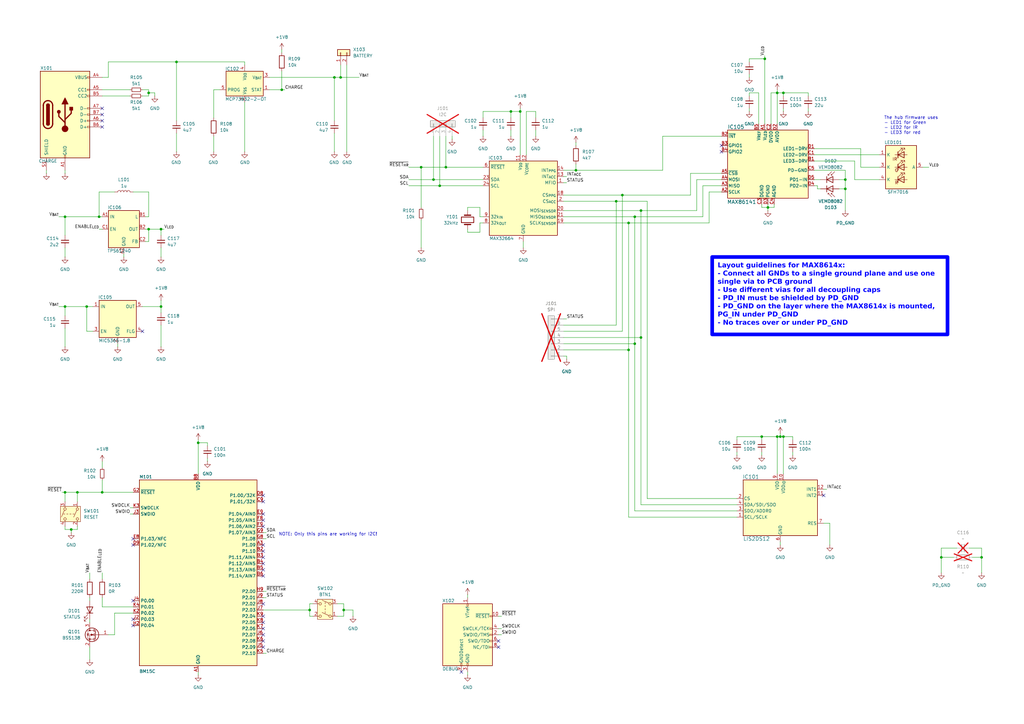
<source format=kicad_sch>
(kicad_sch (version 20250114) (generator "eeschema") (generator_version "9.0")
  (paper "A3")
  (title_block (title "Heartrate-DevKit") (date "2025-07-13") (rev "${REVISION}") (company "${COMPANY}"))
  (text "The hub firmware uses\n- LED1 for Green\n- LED2 for IR\n- LED3 for red" (at 362.585 47.625 0) (effects (font (size 1.27 1.27)) (justify left top)))
  (text "NOTE: Only this pins are working for I2C!" (at 114.3 218.44 0) (effects (font (size 1.27 1.27)) (justify left top)))
  (text_box "Layout guidelines for MAX8614x:\n- Connect all GNDs to a single ground plane and use one single via to PCB ground\n- Use different vias for all decoupling caps\n- PD_IN must be shielded by PD_GND\n- PD_GND on the layer where the MAX8614x is mounted, PG_IN under PD_GND\n- No traces over or under PD_GND" (at 292.1 105.41 0) (size 96.52 31.75) (margins 2.25 2.25 2.25 2.25) (stroke (width 1.5) (color 0 0 255 1)) (effects (font (size 2 2) (thickness 0.4) (bold yes)) (justify left top)))
  (junction (at 115.57 36.83))
  (junction (at 26.67 88.9))
  (junction (at 346.71 77.47))
  (junction (at 180.34 76.2))
  (junction (at 29.21 217.17))
  (junction (at 127 250.19))
  (junction (at 66.04 125.73))
  (junction (at 31.75 201.93))
  (junction (at 262.89 138.43))
  (junction (at 66.04 93.98))
  (junction (at 313.69 24.13))
  (junction (at 236.22 69.85))
  (junction (at 262.89 86.36))
  (junction (at 137.16 31.75))
  (junction (at 386.08 228.6))
  (junction (at 318.77 38.1))
  (junction (at 177.8 73.66))
  (junction (at 314.96 85.09))
  (junction (at 139.7 31.75))
  (junction (at 26.67 201.93))
  (junction (at 321.31 38.1))
  (junction (at 209.55 45.72))
  (junction (at 312.42 179.07))
  (junction (at 402.59 228.6))
  (junction (at 172.72 68.58))
  (junction (at 35.56 125.73))
  (junction (at 26.67 125.73))
  (junction (at 255.27 80.01))
  (junction (at 257.81 91.44))
  (junction (at 260.35 88.9))
  (junction (at 252.73 82.55))
  (junction (at 182.88 68.58))
  (junction (at 213.36 45.72))
  (junction (at 260.35 140.97))
  (junction (at 320.04 179.07))
  (junction (at 257.81 143.51))
  (junction (at 140.97 250.19))
  (junction (at 318.77 179.07))
  (junction (at 60.96 93.98))
  (junction (at 321.31 179.07))
  (junction (at 346.71 73.66))
  (junction (at 81.28 181.61))
  (junction (at 40.64 88.9))
  (junction (at 60.96 38.1))
  (junction (at 41.91 201.93))
  (junction (at 72.39 25.4))
  (no_connect (at 54.61 220.98))
  (no_connect (at 58.42 135.89))
  (no_connect (at 295.91 59.69))
  (no_connect (at 107.95 247.65))
  (no_connect (at 54.61 246.38))
  (no_connect (at 107.95 223.52))
  (no_connect (at 41.91 49.53))
  (no_connect (at 204.47 265.43))
  (no_connect (at 107.95 210.82))
  (no_connect (at 107.95 265.43))
  (no_connect (at 204.47 262.89))
  (no_connect (at 107.95 260.35))
  (no_connect (at 107.95 228.6))
  (no_connect (at 41.91 44.45))
  (no_connect (at 107.95 233.68))
  (no_connect (at 337.82 203.2))
  (no_connect (at 107.95 213.36))
  (no_connect (at 295.91 62.23))
  (no_connect (at 107.95 203.2))
  (no_connect (at 54.61 223.52))
  (no_connect (at 107.95 205.74))
  (no_connect (at 189.23 275.59))
  (no_connect (at 41.91 46.99))
  (no_connect (at 54.61 254))
  (no_connect (at 107.95 236.22))
  (no_connect (at 107.95 231.14))
  (no_connect (at 107.95 255.27))
  (no_connect (at 41.91 52.07))
  (no_connect (at 107.95 262.89))
  (no_connect (at 107.95 257.81))
  (no_connect (at 107.95 252.73))
  (no_connect (at 107.95 226.06))
  (no_connect (at 54.61 256.54))
  (no_connect (at 107.95 215.9))
  (wire (pts (xy 231.14 130.81) (xy 232.41 130.81)))
  (wire (pts (xy 283.21 71.12) (xy 295.91 71.12)))
  (wire (pts (xy 110.49 31.75) (xy 137.16 31.75)))
  (wire (pts (xy 48.26 140.97) (xy 48.26 142.24)))
  (wire (pts (xy 137.16 31.75) (xy 139.7 31.75)))
  (wire (pts (xy 40.64 78.74) (xy 40.64 88.9)))
  (wire (pts (xy 386.08 234.95) (xy 386.08 228.6)))
  (wire (pts (xy 346.71 69.85) (xy 346.71 73.66)))
  (wire (pts (xy 314.96 85.09) (xy 317.5 85.09)))
  (wire (pts (xy 262.89 86.36) (xy 285.75 86.36)))
  (wire (pts (xy 265.43 82.55) (xy 265.43 204.47)))
  (wire (pts (xy 54.61 208.28) (xy 53.34 208.28)))
  (wire (pts (xy 72.39 25.4) (xy 100.33 25.4)))
  (wire (pts (xy 316.23 38.1) (xy 316.23 50.8)))
  (wire (pts (xy 66.04 93.98) (xy 67.31 93.98)))
  (wire (pts (xy 386.08 224.79) (xy 392.43 224.79)))
  (wire (pts (xy 81.28 275.59) (xy 81.28 276.86)))
  (wire (pts (xy 213.36 45.72) (xy 213.36 63.5)))
  (wire (pts (xy 58.42 36.83) (xy 60.96 36.83)))
  (wire (pts (xy 58.42 125.73) (xy 66.04 125.73)))
  (wire (pts (xy 311.15 38.1) (xy 311.15 50.8)))
  (wire (pts (xy 262.89 207.01) (xy 302.26 207.01)))
  (wire (pts (xy 312.42 83.82) (xy 312.42 85.09)))
  (wire (pts (xy 138.43 247.65) (xy 140.97 247.65)))
  (wire (pts (xy 66.04 101.6) (xy 66.04 105.41)))
  (wire (pts (xy 24.13 88.9) (xy 26.67 88.9)))
  (wire (pts (xy 236.22 58.42) (xy 236.22 59.69)))
  (wire (pts (xy 231.14 82.55) (xy 252.73 82.55)))
  (wire (pts (xy 177.8 55.88) (xy 177.8 73.66)))
  (wire (pts (xy 128.27 247.65) (xy 127 247.65)))
  (wire (pts (xy 215.9 45.72) (xy 219.71 45.72)))
  (wire (pts (xy 19.05 69.85) (xy 19.05 71.12)))
  (wire (pts (xy 209.55 45.72) (xy 209.55 48.26)))
  (wire (pts (xy 127 252.73) (xy 127 250.19)))
  (wire (pts (xy 107.95 218.44) (xy 109.22 218.44)))
  (wire (pts (xy 318.77 179.07) (xy 312.42 179.07)))
  (wire (pts (xy 318.77 179.07) (xy 320.04 179.07)))
  (wire (pts (xy 191.77 85.09) (xy 196.85 85.09)))
  (wire (pts (xy 257.81 143.51) (xy 257.81 212.09)))
  (wire (pts (xy 219.71 45.72) (xy 219.71 48.26)))
  (wire (pts (xy 191.77 95.25) (xy 196.85 95.25)))
  (wire (pts (xy 90.17 36.83) (xy 87.63 36.83)))
  (wire (pts (xy 320.04 222.25) (xy 320.04 223.52)))
  (wire (pts (xy 60.96 99.06) (xy 60.96 93.98)))
  (wire (pts (xy 36.83 265.43) (xy 36.83 270.51)))
  (wire (pts (xy 41.91 201.93) (xy 31.75 201.93)))
  (wire (pts (xy 40.64 93.98) (xy 41.91 93.98)))
  (wire (pts (xy 81.28 181.61) (xy 85.09 181.61)))
  (wire (pts (xy 138.43 252.73) (xy 140.97 252.73)))
  (wire (pts (xy 314.96 83.82) (xy 314.96 85.09)))
  (wire (pts (xy 36.83 245.11) (xy 36.83 246.38)))
  (wire (pts (xy 54.61 248.92) (xy 41.91 248.92)))
  (wire (pts (xy 312.42 185.42) (xy 312.42 186.69)))
  (wire (pts (xy 317.5 85.09) (xy 317.5 83.82)))
  (wire (pts (xy 302.26 179.07) (xy 302.26 180.34)))
  (wire (pts (xy 66.04 93.98) (xy 66.04 96.52)))
  (wire (pts (xy 360.68 73.66) (xy 350.52 73.66)))
  (wire (pts (xy 321.31 38.1) (xy 331.47 38.1)))
  (wire (pts (xy 320.04 177.8) (xy 320.04 179.07)))
  (wire (pts (xy 115.57 36.83) (xy 116.84 36.83)))
  (wire (pts (xy 321.31 38.1) (xy 321.31 39.37)))
  (wire (pts (xy 26.67 69.85) (xy 26.67 71.12)))
  (wire (pts (xy 288.29 76.2) (xy 295.91 76.2)))
  (wire (pts (xy 331.47 44.45) (xy 331.47 45.72)))
  (wire (pts (xy 316.23 38.1) (xy 318.77 38.1)))
  (wire (pts (xy 236.22 69.85) (xy 236.22 67.31)))
  (wire (pts (xy 257.81 91.44) (xy 257.81 143.51)))
  (wire (pts (xy 283.21 80.01) (xy 283.21 71.12)))
  (wire (pts (xy 29.21 217.17) (xy 31.75 217.17)))
  (wire (pts (xy 215.9 63.5) (xy 215.9 45.72)))
  (wire (pts (xy 191.77 275.59) (xy 191.77 276.86)))
  (wire (pts (xy 346.71 77.47) (xy 346.71 86.36)))
  (wire (pts (xy 285.75 73.66) (xy 295.91 73.66)))
  (wire (pts (xy 260.35 88.9) (xy 260.35 140.97)))
  (wire (pts (xy 41.91 201.93) (xy 54.61 201.93)))
  (wire (pts (xy 60.96 39.37) (xy 58.42 39.37)))
  (wire (pts (xy 26.67 125.73) (xy 35.56 125.73)))
  (wire (pts (xy 219.71 53.34) (xy 219.71 55.88)))
  (wire (pts (xy 196.85 91.44) (xy 196.85 95.25)))
  (wire (pts (xy 182.88 55.88) (xy 182.88 68.58)))
  (wire (pts (xy 182.88 68.58) (xy 172.72 68.58)))
  (wire (pts (xy 60.96 93.98) (xy 59.69 93.98)))
  (wire (pts (xy 335.28 77.47) (xy 336.55 77.47)))
  (wire (pts (xy 360.68 63.5) (xy 334.01 63.5)))
  (wire (pts (xy 302.26 185.42) (xy 302.26 186.69)))
  (wire (pts (xy 137.16 54.61) (xy 137.16 62.23)))
  (wire (pts (xy 260.35 88.9) (xy 288.29 88.9)))
  (wire (pts (xy 107.95 267.97) (xy 109.22 267.97)))
  (wire (pts (xy 140.97 250.19) (xy 140.97 252.73)))
  (wire (pts (xy 29.21 217.17) (xy 29.21 218.44)))
  (wire (pts (xy 214.63 99.06) (xy 214.63 101.6)))
  (wire (pts (xy 198.12 88.9) (xy 196.85 88.9)))
  (wire (pts (xy 107.95 220.98) (xy 109.22 220.98)))
  (wire (pts (xy 290.83 78.74) (xy 290.83 91.44)))
  (wire (pts (xy 231.14 133.35) (xy 252.73 133.35)))
  (wire (pts (xy 26.67 201.93) (xy 26.67 205.74)))
  (wire (pts (xy 307.34 38.1) (xy 311.15 38.1)))
  (wire (pts (xy 260.35 88.9) (xy 231.14 88.9)))
  (wire (pts (xy 60.96 38.1) (xy 60.96 39.37)))
  (wire (pts (xy 85.09 181.61) (xy 85.09 182.88)))
  (wire (pts (xy 307.34 25.4) (xy 307.34 24.13)))
  (wire (pts (xy 321.31 179.07) (xy 321.31 194.31)))
  (wire (pts (xy 31.75 201.93) (xy 31.75 205.74)))
  (wire (pts (xy 381 68.58) (xy 378.46 68.58)))
  (wire (pts (xy 307.34 39.37) (xy 307.34 38.1)))
  (wire (pts (xy 260.35 140.97) (xy 260.35 209.55)))
  (wire (pts (xy 41.91 237.49) (xy 41.91 234.95)))
  (wire (pts (xy 360.68 68.58) (xy 353.06 68.58)))
  (wire (pts (xy 115.57 29.21) (xy 115.57 36.83)))
  (wire (pts (xy 25.4 201.93) (xy 26.67 201.93)))
  (wire (pts (xy 337.82 200.66) (xy 339.09 200.66)))
  (wire (pts (xy 87.63 36.83) (xy 87.63 48.26)))
  (wire (pts (xy 334.01 66.04) (xy 350.52 66.04)))
  (wire (pts (xy 198.12 45.72) (xy 198.12 48.26)))
  (wire (pts (xy 232.41 146.05) (xy 232.41 147.32)))
  (wire (pts (xy 46.99 78.74) (xy 40.64 78.74)))
  (wire (pts (xy 307.34 24.13) (xy 313.69 24.13)))
  (wire (pts (xy 38.1 135.89) (xy 35.56 135.89)))
  (wire (pts (xy 41.91 201.93) (xy 41.91 196.85)))
  (wire (pts (xy 346.71 73.66) (xy 346.71 77.47)))
  (wire (pts (xy 139.7 31.75) (xy 147.32 31.75)))
  (wire (pts (xy 60.96 38.1) (xy 63.5 38.1)))
  (wire (pts (xy 262.89 86.36) (xy 262.89 138.43)))
  (wire (pts (xy 302.26 179.07) (xy 312.42 179.07)))
  (wire (pts (xy 307.34 44.45) (xy 307.34 45.72)))
  (wire (pts (xy 177.8 73.66) (xy 198.12 73.66)))
  (wire (pts (xy 85.09 187.96) (xy 85.09 189.23)))
  (wire (pts (xy 285.75 86.36) (xy 285.75 73.66)))
  (wire (pts (xy 252.73 133.35) (xy 252.73 82.55)))
  (wire (pts (xy 231.14 140.97) (xy 260.35 140.97)))
  (wire (pts (xy 144.78 250.19) (xy 144.78 252.73)))
  (wire (pts (xy 325.12 185.42) (xy 325.12 186.69)))
  (wire (pts (xy 231.14 80.01) (xy 255.27 80.01)))
  (wire (pts (xy 295.91 78.74) (xy 290.83 78.74)))
  (wire (pts (xy 26.67 215.9) (xy 26.67 217.17)))
  (wire (pts (xy 321.31 179.07) (xy 320.04 179.07)))
  (wire (pts (xy 185.42 55.88) (xy 185.42 57.15)))
  (wire (pts (xy 60.96 38.1) (xy 60.96 36.83)))
  (wire (pts (xy 107.95 250.19) (xy 127 250.19)))
  (wire (pts (xy 81.28 180.34) (xy 81.28 181.61)))
  (wire (pts (xy 100.33 26.67) (xy 100.33 25.4)))
  (wire (pts (xy 50.8 104.14) (xy 50.8 105.41)))
  (wire (pts (xy 66.04 125.73) (xy 66.04 128.27)))
  (wire (pts (xy 196.85 85.09) (xy 196.85 88.9)))
  (wire (pts (xy 334.01 76.2) (xy 335.28 76.2)))
  (wire (pts (xy 44.45 25.4) (xy 44.45 31.75)))
  (wire (pts (xy 386.08 228.6) (xy 391.16 228.6)))
  (wire (pts (xy 340.36 214.63) (xy 340.36 223.52)))
  (wire (pts (xy 198.12 53.34) (xy 198.12 55.88)))
  (wire (pts (xy 335.28 76.2) (xy 335.28 77.47)))
  (wire (pts (xy 397.51 224.79) (xy 402.59 224.79)))
  (wire (pts (xy 35.56 125.73) (xy 38.1 125.73)))
  (wire (pts (xy 24.13 125.73) (xy 26.67 125.73)))
  (wire (pts (xy 26.67 217.17) (xy 29.21 217.17)))
  (wire (pts (xy 231.14 72.39) (xy 232.41 72.39)))
  (wire (pts (xy 26.67 88.9) (xy 26.67 96.52)))
  (wire (pts (xy 265.43 204.47) (xy 302.26 204.47)))
  (wire (pts (xy 198.12 68.58) (xy 182.88 68.58)))
  (wire (pts (xy 313.69 22.86) (xy 313.69 24.13)))
  (wire (pts (xy 252.73 82.55) (xy 265.43 82.55)))
  (wire (pts (xy 60.96 93.98) (xy 66.04 93.98)))
  (wire (pts (xy 321.31 179.07) (xy 325.12 179.07)))
  (wire (pts (xy 231.14 138.43) (xy 262.89 138.43)))
  (wire (pts (xy 231.14 74.93) (xy 232.41 74.93)))
  (wire (pts (xy 26.67 201.93) (xy 31.75 201.93)))
  (wire (pts (xy 318.77 194.31) (xy 318.77 179.07)))
  (wire (pts (xy 191.77 243.84) (xy 191.77 245.11)))
  (wire (pts (xy 350.52 66.04) (xy 350.52 73.66)))
  (wire (pts (xy 231.14 135.89) (xy 255.27 135.89)))
  (wire (pts (xy 41.91 36.83) (xy 53.34 36.83)))
  (wire (pts (xy 313.69 24.13) (xy 313.69 50.8)))
  (wire (pts (xy 260.35 209.55) (xy 302.26 209.55)))
  (wire (pts (xy 128.27 252.73) (xy 127 252.73)))
  (wire (pts (xy 107.95 245.11) (xy 109.22 245.11)))
  (wire (pts (xy 40.64 88.9) (xy 41.91 88.9)))
  (wire (pts (xy 231.14 69.85) (xy 236.22 69.85)))
  (wire (pts (xy 398.78 228.6) (xy 402.59 228.6)))
  (wire (pts (xy 81.28 181.61) (xy 81.28 194.31)))
  (wire (pts (xy 386.08 228.6) (xy 386.08 224.79)))
  (wire (pts (xy 271.78 55.88) (xy 295.91 55.88)))
  (wire (pts (xy 209.55 53.34) (xy 209.55 55.88)))
  (wire (pts (xy 54.61 251.46) (xy 46.99 251.46)))
  (wire (pts (xy 344.17 73.66) (xy 346.71 73.66)))
  (wire (pts (xy 204.47 252.73) (xy 205.74 252.73)))
  (wire (pts (xy 115.57 20.32) (xy 115.57 21.59)))
  (wire (pts (xy 59.69 88.9) (xy 60.96 88.9)))
  (wire (pts (xy 209.55 45.72) (xy 213.36 45.72)))
  (wire (pts (xy 314.96 85.09) (xy 314.96 86.36)))
  (wire (pts (xy 180.34 55.88) (xy 180.34 76.2)))
  (wire (pts (xy 36.83 254) (xy 36.83 255.27)))
  (wire (pts (xy 167.64 73.66) (xy 177.8 73.66)))
  (wire (pts (xy 331.47 38.1) (xy 331.47 39.37)))
  (wire (pts (xy 137.16 31.75) (xy 137.16 49.53)))
  (wire (pts (xy 100.33 41.91) (xy 100.33 62.23)))
  (wire (pts (xy 63.5 39.37) (xy 63.5 38.1)))
  (wire (pts (xy 41.91 189.23) (xy 41.91 191.77)))
  (wire (pts (xy 334.01 60.96) (xy 353.06 60.96)))
  (wire (pts (xy 60.96 88.9) (xy 60.96 78.74)))
  (wire (pts (xy 307.34 30.48) (xy 307.34 31.75)))
  (wire (pts (xy 318.77 38.1) (xy 321.31 38.1)))
  (wire (pts (xy 107.95 242.57) (xy 109.22 242.57)))
  (wire (pts (xy 318.77 36.83) (xy 318.77 38.1)))
  (wire (pts (xy 321.31 44.45) (xy 321.31 45.72)))
  (wire (pts (xy 353.06 68.58) (xy 353.06 60.96)))
  (wire (pts (xy 31.75 215.9) (xy 31.75 217.17)))
  (wire (pts (xy 139.7 26.67) (xy 139.7 31.75)))
  (wire (pts (xy 257.81 212.09) (xy 302.26 212.09)))
  (wire (pts (xy 271.78 69.85) (xy 271.78 55.88)))
  (wire (pts (xy 167.64 76.2) (xy 180.34 76.2)))
  (wire (pts (xy 26.67 125.73) (xy 26.67 129.54)))
  (wire (pts (xy 36.83 234.95) (xy 36.83 237.49)))
  (wire (pts (xy 54.61 78.74) (xy 60.96 78.74)))
  (wire (pts (xy 41.91 31.75) (xy 44.45 31.75)))
  (wire (pts (xy 110.49 36.83) (xy 115.57 36.83)))
  (wire (pts (xy 402.59 228.6) (xy 402.59 234.95)))
  (wire (pts (xy 288.29 88.9) (xy 288.29 76.2)))
  (wire (pts (xy 41.91 39.37) (xy 53.34 39.37)))
  (wire (pts (xy 140.97 247.65) (xy 140.97 250.19)))
  (wire (pts (xy 337.82 214.63) (xy 340.36 214.63)))
  (wire (pts (xy 72.39 25.4) (xy 72.39 49.53)))
  (wire (pts (xy 66.04 123.19) (xy 66.04 125.73)))
  (wire (pts (xy 172.72 90.17) (xy 172.72 101.6)))
  (wire (pts (xy 236.22 69.85) (xy 271.78 69.85)))
  (wire (pts (xy 255.27 80.01) (xy 255.27 135.89)))
  (wire (pts (xy 204.47 257.81) (xy 205.74 257.81)))
  (wire (pts (xy 41.91 248.92) (xy 41.91 245.11)))
  (wire (pts (xy 191.77 86.36) (xy 191.77 85.09)))
  (wire (pts (xy 87.63 55.88) (xy 87.63 62.23)))
  (wire (pts (xy 140.97 250.19) (xy 144.78 250.19)))
  (wire (pts (xy 231.14 86.36) (xy 262.89 86.36)))
  (wire (pts (xy 402.59 224.79) (xy 402.59 228.6)))
  (wire (pts (xy 72.39 54.61) (xy 72.39 62.23)))
  (wire (pts (xy 213.36 44.45) (xy 213.36 45.72)))
  (wire (pts (xy 127 247.65) (xy 127 250.19)))
  (wire (pts (xy 54.61 210.82) (xy 53.34 210.82)))
  (wire (pts (xy 231.14 146.05) (xy 232.41 146.05)))
  (wire (pts (xy 26.67 88.9) (xy 40.64 88.9)))
  (wire (pts (xy 231.14 143.51) (xy 257.81 143.51)))
  (wire (pts (xy 312.42 179.07) (xy 312.42 180.34)))
  (wire (pts (xy 191.77 93.98) (xy 191.77 95.25)))
  (wire (pts (xy 72.39 25.4) (xy 44.45 25.4)))
  (wire (pts (xy 172.72 68.58) (xy 172.72 85.09)))
  (wire (pts (xy 255.27 80.01) (xy 283.21 80.01)))
  (wire (pts (xy 59.69 99.06) (xy 60.96 99.06)))
  (wire (pts (xy 198.12 91.44) (xy 196.85 91.44)))
  (wire (pts (xy 204.47 260.35) (xy 205.74 260.35)))
  (wire (pts (xy 26.67 134.62) (xy 26.67 142.24)))
  (wire (pts (xy 198.12 45.72) (xy 209.55 45.72)))
  (wire (pts (xy 46.99 251.46) (xy 46.99 260.35)))
  (wire (pts (xy 334.01 69.85) (xy 346.71 69.85)))
  (wire (pts (xy 167.64 68.58) (xy 172.72 68.58)))
  (wire (pts (xy 35.56 135.89) (xy 35.56 125.73)))
  (wire (pts (xy 344.17 77.47) (xy 346.71 77.47)))
  (wire (pts (xy 262.89 138.43) (xy 262.89 207.01)))
  (wire (pts (xy 66.04 133.35) (xy 66.04 142.24)))
  (wire (pts (xy 142.24 26.67) (xy 142.24 62.23)))
  (wire (pts (xy 26.67 101.6) (xy 26.67 105.41)))
  (wire (pts (xy 180.34 76.2) (xy 198.12 76.2)))
  (wire (pts (xy 44.45 260.35) (xy 46.99 260.35)))
  (wire (pts (xy 318.77 38.1) (xy 318.77 50.8)))
  (wire (pts (xy 334.01 73.66) (xy 336.55 73.66)))
  (wire (pts (xy 231.14 91.44) (xy 257.81 91.44)))
  (wire (pts (xy 325.12 179.07) (xy 325.12 180.34)))
  (wire (pts (xy 257.81 91.44) (xy 290.83 91.44)))
  (wire (pts (xy 312.42 85.09) (xy 314.96 85.09)))
  (label "~{RESET}" (at 205.74 252.73 0))
  (label "V_{LED}" (at 67.31 93.98 0))
  (label "STATUS" (at 232.41 130.81 0))
  (label "SWDIO" (at 205.74 260.35 0))
  (label "INT_{ACC}" (at 339.09 200.66 0))
  (label "~{RESET_{HR}}" (at 109.22 242.57 0))
  (label "ENABLE_{LED}" (at 40.64 93.98 180))
  (label "SDA" (at 167.64 73.66 180))
  (label "INT_{ACC}" (at 232.41 72.39 0))
  (label "CHARGE" (at 116.84 36.83 0))
  (label "V_{LED}" (at 313.69 22.86 90))
  (label "SWDCLK" (at 205.74 257.81 0))
  (label "STATUS" (at 109.22 245.11 0))
  (label "CHARGE" (at 109.22 267.97 0))
  (label "V_{LED}" (at 381 68.58 0))
  (label "V_{BAT}" (at 24.13 88.9 180))
  (label "V_{BAT}" (at 24.13 125.73 180))
  (label "SWDCLK" (at 53.34 208.28 180))
  (label "STATUS" (at 232.41 74.93 0))
  (label "SCL" (at 109.22 220.98 0))
  (label "ENABLE_{LED}" (at 41.91 234.95 90))
  (label "SDA" (at 109.22 218.44 0))
  (label "SWDIO" (at 53.34 210.82 180))
  (label "SCL" (at 167.64 76.2 180))
  (label "V_{BAT}" (at 36.83 234.95 90))
  (label "V_{BAT}" (at 147.32 31.75 0))
  (label "~{RESET_{HR}}" (at 167.64 68.58 180))
  (label "~{RESET}" (at 25.4 201.93 180))
  (symbol (lib_id "Connector_Generic:Conn_01x04") (at 180.34 50.8 90) (unit 1) (dnp yes)
    (property "Reference" "J101" (at 181.61 44.45 90))
    (property "Value" "I2C" (at 181.61 46.99 90))
    (property "Footprint" "Connector_PinHeader_2.54mm:PinHeader_1x04_P2.54mm_Vertical" (effects (hide yes)))
    (property "Description" "Generic connector, single row, 01x04, script generated (kicad-library-utils/schlib/autogen/connector/)" (effects (hide yes)))
  )
  (symbol (lib_id "Device:R") (at 41.91 241.3 0) (mirror x) (unit 1)
    (property "Reference" "R103" (at 44.45 240.0299 0) (effects (justify left)))
    (property "Value" "0R" (at 44.45 242.5699 0) (effects (justify left)))
    (property "Footprint" "Resistor_SMD:R_0805_2012Metric" (effects (hide yes)))
    (property "Datasheet" "https://www.vishay.com/doc?28773" (effects (hide yes)))
    (property "Description" "Resistor" (effects (hide yes)))
    (property "manf" "Vishay" (effects (hide yes)))
    (property "manf#" "CRCW08050000Z0EBC" (effects (hide yes)))
    (property "mouser#" "71-CRCW08050000Z0EBC" (effects (hide yes)))
  )
  (symbol (lib_id "power:+1V8") (at 191.77 243.84 0) (unit 1)
    (property "Reference" "#PWR0115" (effects (hide yes)))
    (property "Value" "+1V8" (at 191.77 238.76 0))
    (property "Description" "Power symbol creates a global label with name \"+1V8\"" (effects (hide yes)))
  )
  (symbol (lib_id "power:GND") (at 325.12 186.69 0) (unit 1)
    (property "Reference" "#PWR0137" (effects (hide yes)))
    (property "Value" "GND" (at 325.12 191.77 0))
    (property "Description" "Power symbol creates a global label with name \"GND\" , ground" (effects (hide yes)))
  )
  (symbol (lib_id "power:GND") (at 142.24 62.23 0) (unit 1)
    (property "Reference" "#PWR0136" (effects (hide yes)))
    (property "Value" "GND" (at 142.367 66.6242 0))
    (property "Description" "Power symbol creates a global label with name \"GND\" , ground" (effects (hide yes)))
  )
  (symbol (lib_id "power:GNDA") (at 386.08 234.95 0) (unit 1)
    (property "Reference" "#PWR0145" (effects (hide yes)))
    (property "Value" "PD_GND" (at 386.08 240.03 0))
    (property "Description" "Power symbol creates a global label with name \"GNDA\" , analog ground" (effects (hide yes)))
  )
  (symbol (lib_id "Device:D_Photo") (at 341.63 77.47 0) (mirror x) (unit 1)
    (property "Reference" "D103" (at 340.6775 85.09 0))
    (property "Value" "VEMD8082" (at 340.6775 82.55 0))
    (property "Footprint" "Vishay:VEMD808x" (effects (hide yes)))
    (property "Datasheet" "https://www.vishay.com/docs/80381/vemd8082.pdf" (effects (hide yes)))
    (property "Description" "Photodiode" (effects (hide yes)))
    (property "manf" "Vishay Semiconductors" (effects (hide yes)))
    (property "manf#" "VEMD8082" (effects (hide yes)))
    (property "mouser#" "78-VEMD8082" (effects (hide yes)))
  )
  (symbol (lib_id "Device:C_Small") (at 85.09 185.42 0) (unit 1)
    (property "Reference" "C101" (at 87.63 184.1562 0) (effects (justify left)))
    (property "Value" "100n" (at 87.63 186.6962 0) (effects (justify left)))
    (property "Footprint" "Capacitor_SMD:C_0402_1005Metric" (effects (hide yes)))
    (property "Datasheet" "https://www.yageogroup.com/content/datasheet/asset/file/KEM_C1002_X7R_SMD" (effects (hide yes)))
    (property "Description" "Unpolarized capacitor, small symbol" (effects (hide yes)))
    (property "manf" "KEMET" (effects (hide yes)))
    (property "manf#" "C0402C104K4RAC7411" (effects (hide yes)))
    (property "mouser#" "80-C0402C104K4R7411" (effects (hide yes)))
  )
  (symbol (lib_id "power:GND") (at 191.77 276.86 0) (unit 1)
    (property "Reference" "#PWR0116" (effects (hide yes)))
    (property "Value" "GND" (at 191.77 281.94 0))
    (property "Description" "Power symbol creates a global label with name \"GND\" , ground" (effects (hide yes)))
  )
  (symbol (lib_id "Device:C_Small") (at 198.12 50.8 0) (mirror y) (unit 1)
    (property "Reference" "C102" (at 195.58 49.5362 0) (effects (justify left)))
    (property "Value" "1u" (at 195.58 52.0762 0) (effects (justify left)))
    (property "Footprint" "Capacitor_SMD:C_0402_1005Metric" (effects (hide yes)))
    (property "Datasheet" "https://www.mouser.de/datasheet/2/40/cx5r-2835979.pdf" (effects (hide yes)))
    (property "Description" "Unpolarized capacitor, small symbol" (effects (hide yes)))
    (property "manf" "KYOCERA AVX" (effects (hide yes)))
    (property "manf#" "04023D105KAT2A" (effects (hide yes)))
    (property "mouser#" "581-04023D105KAT2A" (effects (hide yes)))
  )
  (symbol (lib_id "power:GND") (at 66.04 105.41 0) (unit 1)
    (property "Reference" "#PWR0146" (effects (hide yes)))
    (property "Value" "GND" (at 66.04 110.49 0))
    (property "Description" "Power symbol creates a global label with name \"GND\" , ground" (effects (hide yes)))
  )
  (symbol (lib_id "power:GND") (at 87.63 62.23 0) (mirror y) (unit 1)
    (property "Reference" "#PWR0123" (effects (hide yes)))
    (property "Value" "GND" (at 87.503 66.6242 0))
    (property "Description" "Power symbol creates a global label with name \"GND\" , ground" (effects (hide yes)))
  )
  (symbol (lib_id "power:GND") (at 72.39 62.23 0) (mirror y) (unit 1)
    (property "Reference" "#PWR0122" (effects (hide yes)))
    (property "Value" "GND" (at 72.263 66.6242 0))
    (property "Description" "Power symbol creates a global label with name \"GND\" , ground" (effects (hide yes)))
  )
  (symbol (lib_id "Device:C_Small") (at 219.71 50.8 0) (unit 1)
    (property "Reference" "C112" (at 222.25 49.5362 0) (effects (justify left)))
    (property "Value" "1u" (at 222.25 52.0762 0) (effects (justify left)))
    (property "Footprint" "Capacitor_SMD:C_0402_1005Metric" (effects (hide yes)))
    (property "Datasheet" "https://www.mouser.de/datasheet/2/40/cx5r-2835979.pdf" (effects (hide yes)))
    (property "Description" "Unpolarized capacitor, small symbol" (effects (hide yes)))
    (property "manf" "KYOCERA AVX" (effects (hide yes)))
    (property "manf#" "04023D105KAT2A" (effects (hide yes)))
    (property "mouser#" "581-04023D105KAT2A" (effects (hide yes)))
  )
  (symbol (lib_id "power:+1V8") (at 115.57 20.32 0) (unit 1)
    (property "Reference" "#PWR0125" (effects (hide yes)))
    (property "Value" "+1V8" (at 115.57 15.24 0))
    (property "Description" "Power symbol creates a global label with name \"+1V8\"" (effects (hide yes)))
  )
  (symbol (lib_id "Switch:SW_DPST") (at 133.35 250.19 0) (mirror y) (unit 1)
    (property "Reference" "SW102" (at 133.35 241.3 0))
    (property "Value" "BTN1" (at 133.35 243.84 0))
    (property "Footprint" "Wuerth:WS-TASV-6x6" (effects (hide yes)))
    (property "Datasheet" "https://www.we-online.com/components/products/datasheet/430182095816.pdf" (effects (hide yes)))
    (property "Description" "Double Pole Single Throw (DPST) Switch" (effects (hide yes)))
    (property "manf" "Wurth Elektronik" (effects (hide yes)))
    (property "manf#" "430182095816" (effects (hide yes)))
    (property "mouser#" "710-430182095816" (effects (hide yes)))
  )
  (symbol (lib_id "power:GND") (at 26.67 105.41 0) (unit 1)
    (property "Reference" "#PWR0141" (effects (hide yes)))
    (property "Value" "GND" (at 26.67 110.49 0))
    (property "Description" "Power symbol creates a global label with name \"GND\" , ground" (effects (hide yes)))
  )
  (symbol (lib_id "Device:C_Small") (at 209.55 50.8 0) (mirror y) (unit 1)
    (property "Reference" "C111" (at 207.01 49.5362 0) (effects (justify left)))
    (property "Value" "1u" (at 207.01 52.0762 0) (effects (justify left)))
    (property "Footprint" "Capacitor_SMD:C_0402_1005Metric" (effects (hide yes)))
    (property "Datasheet" "https://www.mouser.de/datasheet/2/40/cx5r-2835979.pdf" (effects (hide yes)))
    (property "Description" "Unpolarized capacitor, small symbol" (effects (hide yes)))
    (property "manf" "KYOCERA AVX" (effects (hide yes)))
    (property "manf#" "04023D105KAT2A" (effects (hide yes)))
    (property "mouser#" "581-04023D105KAT2A" (effects (hide yes)))
  )
  (symbol (lib_id "power:GND") (at 26.67 71.12 0) (unit 1)
    (property "Reference" "#PWR0112" (effects (hide yes)))
    (property "Value" "GND" (effects (hide yes)))
    (property "Description" "Power symbol creates a global label with name \"GND\" , ground" (effects (hide yes)))
  )
  (symbol (lib_id "Device:C_Small") (at 137.16 52.07 0) (unit 1)
    (property "Reference" "C110" (at 134.62 50.8062 0) (effects (justify right)))
    (property "Value" "4u7" (at 134.62 53.3462 0) (effects (justify right)))
    (property "Footprint" "Capacitor_SMD:C_0603_1608Metric" (effects (hide yes)))
    (property "Description" "Unpolarized capacitor, small symbol" (effects (hide yes)))
    (property "manf" "TAIYO YUDEN" (effects (hide yes)))
    (property "manf#" "LMK107BJ475KA-T" (effects (hide yes)))
    (property "mouser#" "963-LMK107BJ475KA-T" (effects (hide yes)))
  )
  (symbol (lib_id "Device:R") (at 115.57 25.4 0) (mirror x) (unit 1)
    (property "Reference" "R109" (at 118.11 24.1299 0) (effects (justify left)))
    (property "Value" "10k" (at 118.11 26.6699 0) (effects (justify left)))
    (property "Footprint" "Resistor_SMD:R_0402_1005Metric" (effects (hide yes)))
    (property "Datasheet" "https://www.mouser.de/datasheet/2/54/cr-1858361.pdf" (effects (hide yes)))
    (property "Description" "Resistor" (effects (hide yes)))
    (property "manf" "Bourns" (effects (hide yes)))
    (property "manf#" "CR0402-JW-103GLF" (effects (hide yes)))
    (property "mouser#" "652-CR0402-JW-103GLF" (effects (hide yes)))
  )
  (symbol (lib_id "power:GND") (at 198.12 55.88 0) (unit 1)
    (property "Reference" "#PWR0110" (effects (hide yes)))
    (property "Value" "GND" (at 198.12 60.96 0))
    (property "Description" "Power symbol creates a global label with name \"GND\" , ground" (effects (hide yes)))
  )
  (symbol (lib_id "power:GND") (at 144.78 252.73 0) (mirror y) (unit 1)
    (property "Reference" "#PWR0108" (effects (hide yes)))
    (property "Value" "GND" (at 144.78 257.81 0))
    (property "Description" "Power symbol creates a global label with name \"GND\" , ground" (effects (hide yes)))
  )
  (symbol (lib_id "Device:Crystal") (at 191.77 90.17 270) (mirror x) (unit 1)
    (property "Reference" "Y101" (at 187.96 88.8999 90) (effects (justify right)))
    (property "Value" "32kHz" (at 187.96 91.4399 90) (effects (justify right)))
    (property "Footprint" "Crystal_Kampi:ECS_ECX-1210" (effects (hide yes)))
    (property "Datasheet" "https://www.mouser.de/datasheet/2/122/ECX_1210-2400578.pdf" (effects (hide yes)))
    (property "Description" "Two pin crystal" (effects (hide yes)))
    (property "manf" "ECS" (effects (hide yes)))
    (property "manf#" "ECS-.327-6-1210-TR" (effects (hide yes)))
    (property "mouser#" "520-.327-6-1210-TR" (effects (hide yes)))
  )
  (symbol (lib_id "Device:C_Small") (at 307.34 27.94 0) (mirror y) (unit 1)
    (property "Reference" "C107" (at 304.8 26.6762 0) (effects (justify left)))
    (property "Value" "10u" (at 304.8 29.2162 0) (effects (justify left)))
    (property "Footprint" "Capacitor_SMD:C_0402_1005Metric" (effects (hide yes)))
    (property "Datasheet" "https://www.mouser.de/datasheet/2/396/mlcc02_e-1307760.pdf" (effects (hide yes)))
    (property "Description" "Unpolarized capacitor, small symbol" (effects (hide yes)))
    (property "manf" "TAIYO YUDEN" (effects (hide yes)))
    (property "manf#" "AMK105CBJ106MV-F" (effects (hide yes)))
    (property "mouser#" "963-AMK105CBJ106MV-F" (effects (hide yes)))
  )
  (symbol (lib_id "Battery_Management:MCP73832-2-OT") (at 100.33 34.29 0) (unit 1)
    (property "Reference" "IC102" (at 95.25 28.194 0))
    (property "Value" "MCP73832-2-OT" (at 100.838 40.64 0))
    (property "Footprint" "Package_TO_SOT_SMD:SOT-23-5" (effects (hide yes)))
    (property "Datasheet" "http://ww1.microchip.com/downloads/en/DeviceDoc/20001984g.pdf" (effects (hide yes)))
    (property "Description" "Single cell, Li-Ion/Li-Po charge management controller, 4.20V, Open-Drain Status Output, in SOT23-5 package" (effects (hide yes)))
    (property "manf" "Microchip Technology / Atmel" (effects (hide yes)))
    (property "manf#" "MCP73832T-2ACI/OT" (effects (hide yes)))
    (property "mouser#" "579-MCP73832T-2ACI/OT" (effects (hide yes)))
  )
  (symbol (lib_id "power:GND") (at 402.59 234.95 0) (unit 1)
    (property "Reference" "#PWR0149" (effects (hide yes)))
    (property "Value" "GND" (at 402.59 240.03 0))
    (property "Description" "Power symbol creates a global label with name \"GND\" , ground" (effects (hide yes)))
  )
  (symbol (lib_id "Connector_Generic:Conn_01x07") (at 226.06 138.43 180) (unit 1) (dnp yes)
    (property "Reference" "J101" (at 226.06 124.46 0))
    (property "Value" "SPI" (at 226.06 127 0))
    (property "Footprint" "Connector_PinHeader_2.54mm:PinHeader_1x07_P2.54mm_Vertical" (effects (hide yes)))
    (property "Description" "Generic connector, single row, 01x07, script generated (kicad-library-utils/schlib/autogen/connector/)" (effects (hide yes)))
  )
  (symbol (lib_id "Device:C_Small") (at 394.97 224.79 90) (mirror x) (unit 1) (in_bom no) (dnp yes)
    (property "Reference" "C116" (at 394.9763 218.44 90))
    (property "Value" "~" (at 394.9763 220.98 90))
    (property "Footprint" "Capacitor_SMD:C_0402_1005Metric" (effects (hide yes)))
    (property "Description" "Unpolarized capacitor, small symbol" (effects (hide yes)))
  )
  (symbol (lib_id "power:+1V8") (at 66.04 123.19 0) (unit 1)
    (property "Reference" "#PWR0147" (effects (hide yes)))
    (property "Value" "+1V8" (at 66.04 118.11 0))
    (property "Description" "Power symbol creates a global label with name \"+1V8\"" (effects (hide yes)))
  )
  (symbol (lib_id "Device:R_Small") (at 172.72 87.63 0) (mirror y) (unit 1)
    (property "Reference" "R101" (at 170.18 86.3599 0) (effects (justify left)))
    (property "Value" "10k" (at 170.18 88.8999 0) (effects (justify left)))
    (property "Footprint" "Resistor_SMD:R_0402_1005Metric" (effects (hide yes)))
    (property "Datasheet" "https://www.mouser.de/datasheet/2/54/cr-1858361.pdf" (effects (hide yes)))
    (property "Description" "Resistor, small symbol" (effects (hide yes)))
    (property "manf" "Bourns" (effects (hide yes)))
    (property "manf#" "CR0402-JW-103GLF" (effects (hide yes)))
    (property "mouser#" "652-CR0402-JW-103GLF" (effects (hide yes)))
  )
  (symbol (lib_id "Analog Devices:MAX86141") (at 314.96 67.31 0) (unit 1)
    (property "Reference" "IC105" (at 298.45 52.07 0) (effects (font (size 1.524 1.524)) (justify left)))
    (property "Value" "MAX86141" (at 298.196 82.804 0) (effects (font (size 1.524 1.524)) (justify left)))
    (property "Footprint" "Package_BGA_Kampi:THIN-WLP-20_2.228x1.967mm_P0.4mm" (effects (hide yes)))
    (property "Datasheet" "https://www.analog.com/media/en/technical-documentation/data-sheets/max86140-max86141.pdf" (effects (hide yes)))
    (property "manf" "Analog Devices / Maxim Integrated" (effects (hide yes)))
    (property "manf#" "MAX86141ENP+T" (effects (hide yes)))
    (property "mouser#" "700-MAX86141ENP+T" (effects (hide yes)))
  )
  (symbol (lib_id "power:GND") (at 307.34 31.75 0) (unit 1)
    (property "Reference" "#PWR0127" (effects (hide yes)))
    (property "Value" "GND" (at 307.34 36.83 0))
    (property "Description" "Power symbol creates a global label with name \"GND\" , ground" (effects (hide yes)))
  )
  (symbol (lib_id "power:GND") (at 214.63 101.6 0) (unit 1)
    (property "Reference" "#PWR0109" (effects (hide yes)))
    (property "Value" "GND" (at 214.63 106.68 0))
    (property "Description" "Power symbol creates a global label with name \"GND\" , ground" (effects (hide yes)))
  )
  (symbol (lib_id "power:GND") (at 331.47 45.72 0) (unit 1)
    (property "Reference" "#PWR0138" (effects (hide yes)))
    (property "Value" "GND" (at 331.47 50.8 0))
    (property "Description" "Power symbol creates a global label with name \"GND\" , ground" (effects (hide yes)))
  )
  (symbol (lib_id "Microchip_Kampi:MIC5365") (at 48.26 130.81 0) (unit 1)
    (property "Reference" "IC105" (at 43.18 121.92 0))
    (property "Value" "MIC5365-1.8" (at 46.99 139.7 0))
    (property "Footprint" "Package_TO_SOT_SMD:SOT-23-5" (effects (hide yes)))
    (property "Datasheet" "https://ww1.microchip.com/downloads/en/DeviceDoc/mic5365.pdf" (effects (hide yes)))
    (property "manf" "Microchip Technology" (effects (hide yes)))
    (property "manf#" "MIC5365-1.8YD5-TR" (effects (hide yes)))
    (property "mouser#" "998- MIC5365-1.8YD5-TR" (effects (hide yes)))
  )
  (symbol (lib_id "power:GND") (at 137.16 62.23 0) (mirror y) (unit 1)
    (property "Reference" "#PWR0131" (effects (hide yes)))
    (property "Value" "GND" (at 137.033 66.6242 0))
    (property "Description" "Power symbol creates a global label with name \"GND\" , ground" (effects (hide yes)))
  )
  (symbol (lib_id "Device:C_Small") (at 321.31 41.91 0) (unit 1)
    (property "Reference" "C111" (at 323.85 40.6462 0) (effects (justify left)))
    (property "Value" "100n" (at 323.85 43.1862 0) (effects (justify left)))
    (property "Footprint" "Capacitor_SMD:C_0402_1005Metric" (effects (hide yes)))
    (property "Datasheet" "https://www.yageogroup.com/content/datasheet/asset/file/KEM_C1002_X7R_SMD" (effects (hide yes)))
    (property "Description" "Unpolarized capacitor, small symbol" (effects (hide yes)))
    (property "manf" "KEMET" (effects (hide yes)))
    (property "manf#" "C0402C104K4RAC7411" (effects (hide yes)))
    (property "mouser#" "80-C0402C104K4R7411" (effects (hide yes)))
  )
  (symbol (lib_id "power:+1V8") (at 318.77 36.83 0) (unit 1)
    (property "Reference" "#PWR0132" (effects (hide yes)))
    (property "Value" "+1V8" (at 318.77 31.75 0))
    (property "Description" "Power symbol creates a global label with name \"+1V8\"" (effects (hide yes)))
  )
  (symbol (lib_id "power:GND") (at 26.67 142.24 0) (unit 1)
    (property "Reference" "#PWR0142" (effects (hide yes)))
    (property "Value" "GND" (at 26.67 147.32 0))
    (property "Description" "Power symbol creates a global label with name \"GND\" , ground" (effects (hide yes)))
  )
  (symbol (lib_id "Device:R") (at 394.97 228.6 90) (mirror x) (unit 1) (in_bom no) (dnp yes)
    (property "Reference" "R110" (at 394.97 232.41 90))
    (property "Value" "~" (at 394.97 234.95 90))
    (property "Footprint" "Resistor_SMD:R_0402_1005Metric" (effects (hide yes)))
    (property "Description" "Resistor" (effects (hide yes)))
  )
  (symbol (lib_id "power:GND") (at 320.04 223.52 0) (unit 1)
    (property "Reference" "#PWR0134" (effects (hide yes)))
    (property "Value" "GND" (at 320.04 228.6 0))
    (property "Description" "Power symbol creates a global label with name \"GND\" , ground" (effects (hide yes)))
  )
  (symbol (lib_id "Device:R_Small") (at 41.91 194.31 0) (mirror y) (unit 1)
    (property "Reference" "R102" (at 39.37 193.0399 0) (effects (justify left)))
    (property "Value" "10k" (at 39.37 195.5799 0) (effects (justify left)))
    (property "Footprint" "Resistor_SMD:R_0402_1005Metric" (effects (hide yes)))
    (property "Datasheet" "https://www.mouser.de/datasheet/2/54/cr-1858361.pdf" (effects (hide yes)))
    (property "Description" "Resistor, small symbol" (effects (hide yes)))
    (property "manf" "Bourns" (effects (hide yes)))
    (property "manf#" "CR0402-JW-103GLF" (effects (hide yes)))
    (property "mouser#" "652-CR0402-JW-103GLF" (effects (hide yes)))
  )
  (symbol (lib_id "power:GND") (at 50.8 105.41 0) (unit 1)
    (property "Reference" "#PWR0144" (effects (hide yes)))
    (property "Value" "GND" (at 50.8 110.49 0))
    (property "Description" "Power symbol creates a global label with name \"GND\" , ground" (effects (hide yes)))
  )
  (symbol (lib_id "power:GND") (at 19.05 71.12 0) (unit 1)
    (property "Reference" "#PWR0111" (effects (hide yes)))
    (property "Value" "GND" (effects (hide yes)))
    (property "Description" "Power symbol creates a global label with name \"GND\" , ground" (effects (hide yes)))
  )
  (symbol (lib_id "Connector:USB_C_Receptacle_USB2.0_14P") (at 26.67 46.99 0) (unit 1)
    (property "Reference" "X101" (at 19.05 27.94 0))
    (property "Value" "CHARGE" (at 19.685 66.04 0))
    (property "Footprint" "Connector_USB:USB_C_Receptacle_GCT_USB4105-xx-A_16P_TopMnt_Horizontal" (effects (hide yes)))
    (property "Datasheet" "https://www.usb.org/sites/default/files/documents/usb_type-c.zip" (effects (hide yes)))
    (property "Description" "USB 2.0-only 14P Type-C Receptacle connector" (effects (hide yes)))
    (property "manf" "GCT" (effects (hide yes)))
    (property "manf#" "USB4105-GF-A-120" (effects (hide yes)))
    (property "mouser#" "640-USB4105-GF-A-120" (effects (hide yes)))
  )
  (symbol (lib_id "power:GND") (at 219.71 55.88 0) (unit 1)
    (property "Reference" "#PWR0110" (effects (hide yes)))
    (property "Value" "GND" (at 219.71 60.96 0))
    (property "Description" "Power symbol creates a global label with name \"GND\" , ground" (effects (hide yes)))
  )
  (symbol (lib_id "power:GND") (at 81.28 276.86 0) (unit 1)
    (property "Reference" "#PWR0104" (effects (hide yes)))
    (property "Value" "GND" (at 81.28 281.94 0))
    (property "Description" "Power symbol creates a global label with name \"GND\" , ground" (effects (hide yes)))
  )
  (symbol (lib_id "Device:R") (at 36.83 241.3 0) (mirror y) (unit 1)
    (property "Reference" "R101" (at 34.29 240.0299 0) (effects (justify left)))
    (property "Value" "220R" (at 34.29 242.5699 0) (effects (justify left)))
    (property "Footprint" "Resistor_SMD:R_0402_1005Metric" (effects (hide yes)))
    (property "Datasheet" "https://www.mouser.de/datasheet/2/54/cr-1858361.pdf" (effects (hide yes)))
    (property "Description" "Resistor" (effects (hide yes)))
    (property "manf" "Bourns" (effects (hide yes)))
    (property "manf#" "CR0402-JW-221GLF" (effects (hide yes)))
    (property "mouser#" "652-CR0402-JW-221GLF" (effects (hide yes)))
  )
  (symbol (lib_id "power:GND") (at 172.72 101.6 0) (unit 1)
    (property "Reference" "#PWR0102" (effects (hide yes)))
    (property "Value" "GND" (at 172.72 106.68 0))
    (property "Description" "Power symbol creates a global label with name \"GND\" , ground" (effects (hide yes)))
  )
  (symbol (lib_id "power:GND") (at 209.55 55.88 0) (unit 1)
    (property "Reference" "#PWR0105" (effects (hide yes)))
    (property "Value" "GND" (at 209.55 60.96 0))
    (property "Description" "Power symbol creates a global label with name \"GND\" , ground" (effects (hide yes)))
  )
  (symbol (lib_id "power:GND") (at 312.42 186.69 0) (unit 1)
    (property "Reference" "#PWR0129" (effects (hide yes)))
    (property "Value" "GND" (at 312.42 191.77 0))
    (property "Description" "Power symbol creates a global label with name \"GND\" , ground" (effects (hide yes)))
  )
  (symbol (lib_id "Texas Instruments:TPS61240-BGA") (at 50.8 93.98 0) (unit 1)
    (property "Reference" "IC106" (at 46.99 85.09 0))
    (property "Value" "TPS61240" (at 48.895 102.87 0))
    (property "Footprint" "Package_BGA_Kampi:DSBGA-6_0.886x1.288mm_2x3_P0.4mm" (effects (hide yes)))
    (property "Datasheet" "https://www.ti.com/lit/ds/symlink/tps61240.pdf?ts=1729943439201&ref_url=https%253A%252F%252Fwww.mouser.de%252F" (effects (hide yes)))
    (property "manf" "Texas Instruments" (effects (hide yes)))
    (property "manf#" "TPS61240YFFR" (effects (hide yes)))
    (property "mouser#" "595-TPS61240YFFR" (effects (hide yes)))
  )
  (symbol (lib_id "Device:C_Small") (at 307.34 41.91 0) (mirror y) (unit 1)
    (property "Reference" "C108" (at 304.8 40.6462 0) (effects (justify left)))
    (property "Value" "1u" (at 304.8 43.1862 0) (effects (justify left)))
    (property "Footprint" "Capacitor_SMD:C_0402_1005Metric" (effects (hide yes)))
    (property "Datasheet" "https://www.mouser.de/datasheet/2/40/cx5r-2835979.pdf" (effects (hide yes)))
    (property "Description" "Unpolarized capacitor, small symbol" (effects (hide yes)))
    (property "manf" "KYOCERA AVX" (effects (hide yes)))
    (property "manf#" "04023D105KAT2A" (effects (hide yes)))
    (property "mouser#" "581-04023D105KAT2A" (effects (hide yes)))
  )
  (symbol (lib_id "power:+1V8") (at 213.36 44.45 0) (unit 1)
    (property "Reference" "#PWR0107" (effects (hide yes)))
    (property "Value" "+1V8" (at 213.36 39.37 0))
    (property "Description" "Power symbol creates a global label with name \"+1V8\"" (effects (hide yes)))
  )
  (symbol (lib_id "Connector_Generic:Conn_01x02") (at 139.7 21.59 90) (unit 1)
    (property "Reference" "X103" (at 144.78 20.3199 90) (effects (justify right)))
    (property "Value" "BATTERY" (at 144.78 22.8599 90) (effects (justify right)))
    (property "Footprint" "Molex:78171-0002" (effects (hide yes)))
    (property "Datasheet" "https://www.molex.com/en-us/products/part-detail-pdf/781710002?display=pdf" (effects (hide yes)))
    (property "Description" "Generic connector, single row, 01x02, script generated (kicad-library-utils/schlib/autogen/connector/)" (effects (hide yes)))
    (property "manf" "Molex" (effects (hide yes)))
    (property "manf#" "78171-0002" (effects (hide yes)))
    (property "mouser#" "538-78171-0002" (effects (hide yes)))
  )
  (symbol (lib_id "power:+1V8") (at 320.04 177.8 0) (unit 1)
    (property "Reference" "#PWR0133" (effects (hide yes)))
    (property "Value" "+1V8" (at 320.04 172.72 0))
    (property "Description" "Power symbol creates a global label with name \"+1V8\"" (effects (hide yes)))
  )
  (symbol (lib_id "power:GND") (at 321.31 45.72 0) (unit 1)
    (property "Reference" "#PWR0135" (effects (hide yes)))
    (property "Value" "GND" (at 321.31 50.8 0))
    (property "Description" "Power symbol creates a global label with name \"GND\" , ground" (effects (hide yes)))
  )
  (symbol (lib_id "Device:C_Small") (at 66.04 99.06 0) (unit 1)
    (property "Reference" "C117" (at 68.58 97.7962 0) (effects (justify left)))
    (property "Value" "4u7" (at 68.58 100.3362 0) (effects (justify left)))
    (property "Footprint" "Capacitor_SMD:C_0603_1608Metric" (effects (hide yes)))
    (property "Datasheet" "https://www.mouser.de/datasheet/2/396/mlcc02_e-1307760.pdf" (effects (hide yes)))
    (property "Description" "Unpolarized capacitor, small symbol" (effects (hide yes)))
    (property "manf" "TAIYO YUDEN" (effects (hide yes)))
    (property "manf#" "LMK107BJ475KA-T" (effects (hide yes)))
    (property "mouser#" "963-LMK107BJ475KA-T" (effects (hide yes)))
  )
  (symbol (lib_id "Device:R_Small") (at 55.88 36.83 90) (unit 1)
    (property "Reference" "R105" (at 55.88 31.75 90))
    (property "Value" "5k1" (at 55.88 34.29 90))
    (property "Footprint" "Resistor_SMD:R_0402_1005Metric" (effects (hide yes)))
    (property "Datasheet" "https://www.mouser.de/datasheet/2/54/cr-1858361.pdf" (effects (hide yes)))
    (property "Description" "Resistor, small symbol" (effects (hide yes)))
    (property "manf" "Bourns" (effects (hide yes)))
    (property "manf#" "CR0402-FX-5101GLF" (effects (hide yes)))
    (property "mouser#" "652-CR0402-FX-5101GLF" (effects (hide yes)))
  )
  (symbol (lib_id "power:+1V8") (at 41.91 189.23 0) (unit 1)
    (property "Reference" "#PWR0103" (effects (hide yes)))
    (property "Value" "+1V8" (at 41.91 184.15 0))
    (property "Description" "Power symbol creates a global label with name \"+1V8\"" (effects (hide yes)))
  )
  (symbol (lib_id "Device:D_Photo") (at 341.63 73.66 0) (unit 1)
    (property "Reference" "D102" (at 340.6775 66.04 0))
    (property "Value" "VEMD8082" (at 340.6775 68.58 0))
    (property "Footprint" "Vishay:VEMD808x" (effects (hide yes)))
    (property "Datasheet" "https://www.vishay.com/docs/80381/vemd8082.pdf" (effects (hide yes)))
    (property "Description" "Photodiode" (effects (hide yes)))
    (property "manf" "Vishay Semiconductors" (effects (hide yes)))
    (property "manf#" "VEMD8082" (effects (hide yes)))
    (property "mouser#" "78-VEMD8082" (effects (hide yes)))
  )
  (symbol (lib_id "power:GND") (at 307.34 45.72 0) (unit 1)
    (property "Reference" "#PWR0128" (effects (hide yes)))
    (property "Value" "GND" (at 307.34 50.8 0))
    (property "Description" "Power symbol creates a global label with name \"GND\" , ground" (effects (hide yes)))
  )
  (symbol (lib_id "Device:R_Small") (at 55.88 39.37 270) (unit 1)
    (property "Reference" "R106" (at 55.88 41.91 90))
    (property "Value" "5k1" (at 55.88 44.45 90))
    (property "Footprint" "Resistor_SMD:R_0402_1005Metric" (effects (hide yes)))
    (property "Datasheet" "https://www.mouser.de/datasheet/2/54/cr-1858361.pdf" (effects (hide yes)))
    (property "Description" "Resistor, small symbol" (effects (hide yes)))
    (property "manf" "Bourns" (effects (hide yes)))
    (property "manf#" "CR0402-FX-5101GLF" (effects (hide yes)))
    (property "mouser#" "652-CR0402-FX-5101GLF" (effects (hide yes)))
  )
  (symbol (lib_id "Device:C_Small") (at 325.12 182.88 0) (unit 1)
    (property "Reference" "C112" (at 327.66 181.6162 0) (effects (justify left)))
    (property "Value" "100n" (at 327.66 184.1562 0) (effects (justify left)))
    (property "Footprint" "Capacitor_SMD:C_0402_1005Metric" (effects (hide yes)))
    (property "Datasheet" "https://www.yageogroup.com/content/datasheet/asset/file/KEM_C1002_X7R_SMD" (effects (hide yes)))
    (property "Description" "Unpolarized capacitor, small symbol" (effects (hide yes)))
    (property "manf" "KEMET" (effects (hide yes)))
    (property "manf#" "C0402C104K4RAC7411" (effects (hide yes)))
    (property "mouser#" "80-C0402C104K4R7411" (effects (hide yes)))
  )
  (symbol (lib_id "Connector:Conn_ARM_JTAG_SWD_10") (at 191.77 260.35 0) (unit 1)
    (property "Reference" "X102" (at 186.436 246.38 0) (effects (justify right)))
    (property "Value" "DEBUG" (at 187.96 274.32 0) (effects (justify right)))
    (property "Footprint" "Connector_PinHeader_1.27mm:PinHeader_2x05_P1.27mm_Vertical" (effects (hide yes)))
    (property "Datasheet" "http://infocenter.arm.com/help/topic/com.arm.doc.ddi0314h/DDI0314H_coresight_components_trm.pdf" (effects (hide yes)))
    (property "Description" "Cortex Debug Connector, standard ARM Cortex-M SWD and JTAG interface" (effects (hide yes)))
    (property "manf" "Wurth Elektronik" (effects (hide yes)))
    (property "manf#" "623310235521" (effects (hide yes)))
    (property "mouser#" "710-623310235521" (effects (hide yes)))
  )
  (symbol (lib_id "power:GND") (at 63.5 39.37 0) (unit 1)
    (property "Reference" "#PWR0120" (effects (hide yes)))
    (property "Value" "GND" (at 63.5 44.45 0))
    (property "Description" "Power symbol creates a global label with name \"GND\" , ground" (effects (hide yes)))
  )
  (symbol (lib_id "Device:LED") (at 36.83 250.19 270) (mirror x) (unit 1)
    (property "Reference" "D101" (at 33.02 250.5074 90) (effects (justify right)))
    (property "Value" "STATUS" (at 33.02 253.0474 90) (effects (justify right)))
    (property "Footprint" "LED_SMD:LED_0805_2012Metric_Pad1.15x1.40mm_HandSolder" (effects (hide yes)))
    (property "Datasheet" "https://www.mouser.de/datasheet/2/678/hsmq_c170_t0000_ds100-2498198.pdf" (effects (hide yes)))
    (property "Description" "Light emitting diode" (effects (hide yes)))
    (property "manf" "Broadcom / Avago" (effects (hide yes)))
    (property "manf#" "HSMQ-C170-T0000" (effects (hide yes)))
    (property "mouser#" "630-HSMQ-C170-T0000" (effects (hide yes)))
    (property "Sim.Pins" "1=K 2=A" (effects (hide yes)))
  )
  (symbol (lib_id "power:+1V8") (at 81.28 180.34 0) (unit 1)
    (property "Reference" "#PWR0105" (effects (hide yes)))
    (property "Value" "+1V8" (at 81.28 175.26 0))
    (property "Description" "Power symbol creates a global label with name \"+1V8\"" (effects (hide yes)))
  )
  (symbol (lib_id "power:GND") (at 85.09 189.23 0) (unit 1)
    (property "Reference" "#PWR0106" (effects (hide yes)))
    (property "Value" "GND" (at 85.09 194.31 0))
    (property "Description" "Power symbol creates a global label with name \"GND\" , ground" (effects (hide yes)))
  )
  (symbol (lib_id "Device:L") (at 50.8 78.74 90) (unit 1)
    (property "Reference" "L101" (at 50.8 73.66 90))
    (property "Value" "1u" (at 50.8 76.2 90))
    (property "Footprint" "Inductor_SMD:L_0603_1608Metric" (effects (hide yes)))
    (property "Datasheet" "https://www.mouser.de/datasheet/2/3/ASMCI_0603-3318216.pdf" (effects (hide yes)))
    (property "Description" "Inductor" (effects (hide yes)))
    (property "manf" "ABRACON" (effects (hide yes)))
    (property "manf#" "ASMCI-0603-1R0M-T" (effects (hide yes)))
    (property "mouser#" "815-ASMCI-0603-1R0MT" (effects (hide yes)))
  )
  (symbol (lib_id "Fanstel:BM15C") (at 81.28 234.95 0) (unit 1)
    (property "Reference" "M101" (at 57.15 195.58 0) (effects (justify left)))
    (property "Value" "BM15C" (at 57.15 275.336 0) (effects (justify left)))
    (property "Footprint" "Fanstel:BM15C" (effects (hide yes)))
    (property "Datasheet" "https://www.mouser.de/datasheet/2/915/BM15C_2bProduct_2bSpecifications-3555318.pdf" (effects (hide yes)))
    (property "Description" "nRF54L module with chip antenna" (effects (hide yes)))
    (property "manf" "Fanstel" (effects (hide yes)))
    (property "manf#" "BM15C" (effects (hide yes)))
    (property "mouser#" "308-BM15C" (effects (hide yes)))
  )
  (symbol (lib_id "power:+1V8") (at 236.22 58.42 0) (unit 1)
    (property "Reference" "#PWR0119" (effects (hide yes)))
    (property "Value" "+1V8" (at 236.22 53.34 0))
    (property "Description" "Power symbol creates a global label with name \"+1V8\"" (effects (hide yes)))
  )
  (symbol (lib_id "Device:C_Small") (at 72.39 52.07 0) (mirror y) (unit 1)
    (property "Reference" "C105" (at 74.93 50.8062 0) (effects (justify right)))
    (property "Value" "4u7" (at 74.93 53.3462 0) (effects (justify right)))
    (property "Footprint" "Capacitor_SMD:C_0603_1608Metric" (effects (hide yes)))
    (property "Description" "Unpolarized capacitor, small symbol" (effects (hide yes)))
    (property "manf" "TAIYO YUDEN" (effects (hide yes)))
    (property "manf#" "LMK107BJ475KA-T" (effects (hide yes)))
    (property "mouser#" "963-LMK107BJ475KA-T" (effects (hide yes)))
  )
  (symbol (lib_id "power:GND") (at 48.26 142.24 0) (unit 1)
    (property "Reference" "#PWR0143" (effects (hide yes)))
    (property "Value" "GND" (at 48.26 147.32 0))
    (property "Description" "Power symbol creates a global label with name \"GND\" , ground" (effects (hide yes)))
  )
  (symbol (lib_id "Switch:SW_DPST") (at 29.21 210.82 90) (mirror x) (unit 1)
    (property "Reference" "SW101" (at 34.29 209.5499 90) (effects (justify right)))
    (property "Value" "RESET" (at 34.29 212.0899 90) (effects (justify right)))
    (property "Footprint" "Wuerth:WS-TASV-6x6" (effects (hide yes)))
    (property "Datasheet" "https://www.we-online.com/components/products/datasheet/430182095816.pdf" (effects (hide yes)))
    (property "Description" "Double Pole Single Throw (DPST) Switch" (effects (hide yes)))
    (property "manf" "Wurth Elektronik" (effects (hide yes)))
    (property "manf#" "430182095816" (effects (hide yes)))
    (property "mouser#" "710-430182095816" (effects (hide yes)))
  )
  (symbol (lib_id "Osram:SFH7016") (at 369.57 68.58 0) (unit 1)
    (property "Reference" "LED101" (at 366.395 58.42 0))
    (property "Value" "SFH7016" (at 368.3 78.74 0))
    (property "Footprint" "Osram:SFH7016" (effects (hide yes)))
    (property "Datasheet" "https://look.ams-osram.com/m/1a73f8d425cfcc40/original/SFH-7016.pdf" (effects (hide yes)))
    (property "manf" "ams OSRAM" (effects (hide yes)))
    (property "manf#" "SFH 7016" (effects (hide yes)))
    (property "mouser#" "720-SFH7016" (effects (hide yes)))
  )
  (symbol (lib_id "power:GND") (at 36.83 270.51 0) (unit 1)
    (property "Reference" "#PWR0102" (effects (hide yes)))
    (property "Value" "GND" (at 36.83 275.59 0))
    (property "Description" "Power symbol creates a global label with name \"GND\" , ground" (effects (hide yes)))
  )
  (symbol (lib_id "power:GND") (at 232.41 147.32 0) (mirror y) (unit 1)
    (property "Reference" "#PWR0121" (effects (hide yes)))
    (property "Value" "GND" (at 232.41 152.4 0))
    (property "Description" "Power symbol creates a global label with name \"GND\" , ground" (effects (hide yes)))
  )
  (symbol (lib_id "Device:C_Small") (at 302.26 182.88 0) (mirror y) (unit 1)
    (property "Reference" "C106" (at 299.72 181.6162 0) (effects (justify left)))
    (property "Value" "10u" (at 299.72 184.1562 0) (effects (justify left)))
    (property "Footprint" "Capacitor_SMD:C_0402_1005Metric" (effects (hide yes)))
    (property "Datasheet" "https://www.mouser.de/datasheet/2/396/mlcc02_e-1307760.pdf" (effects (hide yes)))
    (property "Description" "Unpolarized capacitor, small symbol" (effects (hide yes)))
    (property "manf" "TAIYO YUDEN" (effects (hide yes)))
    (property "manf#" "AMK105CBJ106MV-F" (effects (hide yes)))
    (property "mouser#" "963-AMK105CBJ106MV-F" (effects (hide yes)))
  )
  (symbol (lib_id "power:GND") (at 185.42 57.15 0) (mirror y) (unit 1)
    (property "Reference" "#PWR0109" (effects (hide yes)))
    (property "Value" "GND" (at 185.42 62.23 0))
    (property "Description" "Power symbol creates a global label with name \"GND\" , ground" (effects (hide yes)))
  )
  (symbol (lib_id "Transistor_FET:BSS138") (at 39.37 260.35 0) (mirror y) (unit 1)
    (property "Reference" "Q101" (at 33.02 259.0799 0) (effects (justify left)))
    (property "Value" "BSS138" (at 33.02 261.6199 0) (effects (justify left)))
    (property "Footprint" "Package_TO_SOT_SMD:SOT-23" (effects (hide yes)))
    (property "Datasheet" "https://www.onsemi.com/pub/Collateral/BSS138-D.PDF" (effects (hide yes)))
    (property "Description" "50V Vds, 0.22A Id, N-Channel MOSFET, SOT-23" (effects (hide yes)))
    (property "manf" "onsemi / Fairchild" (effects (hide yes)))
    (property "manf#" "BSS138" (effects (hide yes)))
    (property "mouser#" "512-BSS138" (effects (hide yes)))
  )
  (symbol (lib_id "power:GND") (at 66.04 142.24 0) (unit 1)
    (property "Reference" "#PWR0148" (effects (hide yes)))
    (property "Value" "GND" (at 66.04 147.32 0))
    (property "Description" "Power symbol creates a global label with name \"GND\" , ground" (effects (hide yes)))
  )
  (symbol (lib_id "power:GNDA") (at 346.71 86.36 0) (unit 1)
    (property "Reference" "#PWR0101" (effects (hide yes)))
    (property "Value" "PD_GND" (at 346.71 91.44 0))
    (property "Description" "Power symbol creates a global label with name \"GNDA\" , analog ground" (effects (hide yes)))
  )
  (symbol (lib_id "Device:C_Small") (at 312.42 182.88 0) (mirror y) (unit 1)
    (property "Reference" "C109" (at 309.88 181.6162 0) (effects (justify left)))
    (property "Value" "100n" (at 309.88 184.1562 0) (effects (justify left)))
    (property "Footprint" "Capacitor_SMD:C_0402_1005Metric" (effects (hide yes)))
    (property "Datasheet" "https://www.yageogroup.com/content/datasheet/asset/file/KEM_C1002_X7R_SMD" (effects (hide yes)))
    (property "Description" "Unpolarized capacitor, small symbol" (effects (hide yes)))
    (property "manf" "KEMET" (effects (hide yes)))
    (property "manf#" "C0402C104K4RAC7411" (effects (hide yes)))
    (property "mouser#" "80-C0402C104K4R7411" (effects (hide yes)))
  )
  (symbol (lib_id "power:GND") (at 29.21 218.44 0) (mirror y) (unit 1)
    (property "Reference" "#PWR0101" (effects (hide yes)))
    (property "Value" "GND" (at 29.21 223.52 0))
    (property "Description" "Power symbol creates a global label with name \"GND\" , ground" (effects (hide yes)))
  )
  (symbol (lib_id "Device:R") (at 87.63 52.07 0) (mirror y) (unit 1)
    (property "Reference" "R108" (at 90.17 50.8 0) (effects (justify right)))
    (property "Value" "10k" (at 90.17 53.34 0) (effects (justify right)))
    (property "Footprint" "Resistor_SMD:R_0402_1005Metric" (effects (hide yes)))
    (property "Datasheet" "https://www.mouser.de/datasheet/2/54/cr-1858361.pdf" (effects (hide yes)))
    (property "Description" "Resistor" (effects (hide yes)))
    (property "manf" "Bourns" (effects (hide yes)))
    (property "manf#" "CR0402-JW-103GLF" (effects (hide yes)))
    (property "mouser#" "652-CR0402-JW-103GLF" (effects (hide yes)))
  )
  (symbol (lib_id "Device:C_Small") (at 331.47 41.91 0) (unit 1)
    (property "Reference" "C113" (at 334.01 40.6462 0) (effects (justify left)))
    (property "Value" "22u" (at 334.01 43.1862 0) (effects (justify left)))
    (property "Footprint" "Capacitor_SMD:C_0402_1005Metric" (effects (hide yes)))
    (property "Datasheet" "https://www.mouser.de/datasheet/2/396/Taiyo_Yuden_2_8_2024_MEASJ063BB5225MF1A01_SS__1_-3395906.pdf" (effects (hide yes)))
    (property "Description" "Unpolarized capacitor, small symbol" (effects (hide yes)))
    (property "manf" "TAIYO YUDEN" (effects (hide yes)))
    (property "manf#" "MEASP105CC6226MF1A01" (effects (hide yes)))
    (property "mouser#" "963-MEASP105CC62261A" (effects (hide yes)))
  )
  (symbol (lib_id "power:GND") (at 100.33 62.23 0) (unit 1)
    (property "Reference" "#PWR0124" (effects (hide yes)))
    (property "Value" "GND" (at 100.457 66.6242 0))
    (property "Description" "Power symbol creates a global label with name \"GND\" , ground" (effects (hide yes)))
  )
  (symbol (lib_id "Device:C_Small") (at 66.04 130.81 0) (unit 1)
    (property "Reference" "C118" (at 68.58 129.5462 0) (effects (justify left)))
    (property "Value" "1u" (at 68.58 132.0862 0) (effects (justify left)))
    (property "Footprint" "Capacitor_SMD:C_0603_1608Metric" (effects (hide yes)))
    (property "Description" "Unpolarized capacitor, small symbol" (effects (hide yes)))
    (property "manf" "KYOCERA AVX" (effects (hide yes)))
    (property "manf#" "06035C105MAT2A" (effects (hide yes)))
    (property "mouser#" "581-06035C105MAT2A" (effects (hide yes)))
  )
  (symbol (lib_id "Device:R") (at 236.22 63.5 0) (mirror y) (unit 1)
    (property "Reference" "R107" (at 238.76 62.23 0) (effects (justify right)))
    (property "Value" "4k7" (at 238.76 64.77 0) (effects (justify right)))
    (property "Footprint" "Resistor_SMD:R_0402_1005Metric" (effects (hide yes)))
    (property "Datasheet" "https://www.mouser.de/datasheet/2/447/PYu_RC_Group_51_RoHS_L_11-1984063.pdf" (effects (hide yes)))
    (property "Description" "Resistor" (effects (hide yes)))
    (property "manf" "YAGEO" (effects (hide yes)))
    (property "manf#" "RC0402FR-7D4K7L" (effects (hide yes)))
    (property "mouser#" "603-RC0402FR-7D4K7L" (effects (hide yes)))
  )
  (symbol (lib_id "Device:C_Small") (at 26.67 99.06 0) (mirror y) (unit 1)
    (property "Reference" "C114" (at 24.13 97.7962 0) (effects (justify left)))
    (property "Value" "2u2" (at 24.13 100.3362 0) (effects (justify left)))
    (property "Footprint" "Capacitor_SMD:C_0603_1608Metric" (effects (hide yes)))
    (property "Datasheet" "https://www.mouser.de/datasheet/2/40/cx5r-2835979.pdf" (effects (hide yes)))
    (property "Description" "Unpolarized capacitor, small symbol" (effects (hide yes)))
    (property "manf" "KYOCERA AVX" (effects (hide yes)))
    (property "manf#" "06033D225MAT2A" (effects (hide yes)))
    (property "mouser#" "581-06033D225MAT2A" (effects (hide yes)))
  )
  (symbol (lib_id "power:GND") (at 340.36 223.52 0) (unit 1)
    (property "Reference" "#PWR0139" (effects (hide yes)))
    (property "Value" "GND" (at 340.36 228.6 0))
    (property "Description" "Power symbol creates a global label with name \"GND\" , ground" (effects (hide yes)))
  )
  (symbol (lib_id "power:GND") (at 314.96 86.36 0) (unit 1)
    (property "Reference" "#PWR0130" (effects (hide yes)))
    (property "Value" "GND" (at 314.96 91.44 0))
    (property "Description" "Power symbol creates a global label with name \"GND\" , ground" (effects (hide yes)))
  )
  (symbol (lib_id "power:GND") (at 302.26 186.69 0) (unit 1)
    (property "Reference" "#PWR0126" (effects (hide yes)))
    (property "Value" "GND" (at 302.26 191.77 0))
    (property "Description" "Power symbol creates a global label with name \"GND\" , ground" (effects (hide yes)))
  )
  (symbol (lib_id "Analog Devices:MAX32664-SPI-TQFN") (at 214.63 81.28 0) (unit 1)
    (property "Reference" "IC103" (at 203.2 64.77 0))
    (property "Value" "MAX32664" (at 205.74 97.79 0))
    (property "Footprint" "Analog Devices:MAX32664GTG" (effects (hide yes)))
    (property "Datasheet" "https://www.analog.com/media/en/technical-documentation/data-sheets/MAX32664.pdf" (effects (hide yes)))
    (property "manf" "Analog Devices / Maxim Integrated" (effects (hide yes)))
    (property "manf#" "MAX32664GTGC+" (effects (hide yes)))
    (property "mouser#" "700-MAX32664GTGC+" (effects (hide yes)))
  )
  (symbol (lib_id "Device:C_Small") (at 26.67 132.08 0) (mirror y) (unit 1)
    (property "Reference" "C115" (at 22.86 130.8099 0) (effects (justify left)))
    (property "Value" "1u" (at 22.86 133.3499 0) (effects (justify left)))
    (property "Footprint" "Capacitor_SMD:C_0603_1608Metric" (effects (hide yes)))
    (property "Description" "Unpolarized capacitor, small symbol" (effects (hide yes)))
    (property "manf" "KYOCERA AVX" (effects (hide yes)))
    (property "manf#" "06035C105MAT2A" (effects (hide yes)))
    (property "mouser#" "581-06035C105MAT2A" (effects (hide yes)))
  )
  (symbol (lib_id "ST:LIS2DS12") (at 320.04 208.28 0) (unit 1)
    (property "Reference" "IC101" (at 304.546 195.58 0) (effects (font (size 1.524 1.524)) (justify left)))
    (property "Value" "LIS2DS12" (at 304.8 220.98 0) (effects (font (size 1.524 1.524)) (justify left)))
    (property "Footprint" "Package_LGA:LGA-12_2x2mm_P0.5mm" (effects (hide yes)))
    (property "Datasheet" "https://www.st.com/resource/en/datasheet/lis2ds12.pdf" (effects (hide yes)))
    (property "manf" "STMicroelectronics" (effects (hide yes)))
    (property "manf#" "LIS2DS12" (effects (hide yes)))
    (property "mouser#" "511-LIS2DS12" (effects (hide yes)))
  )
)
</source>
